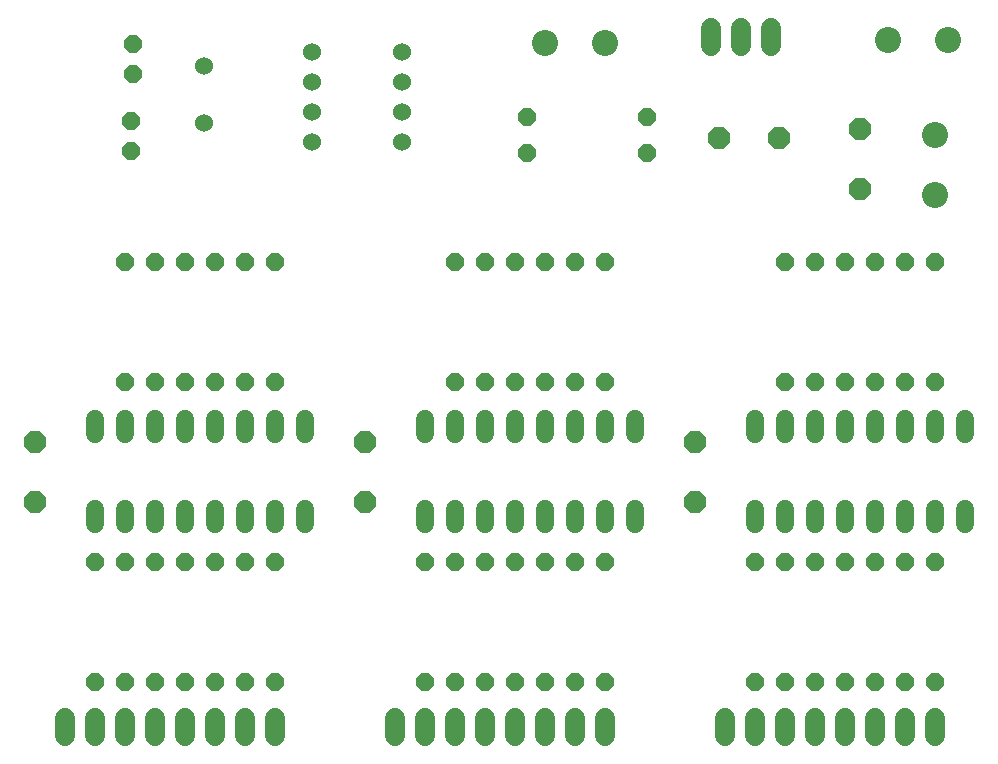
<source format=gbr>
G04 EAGLE Gerber RS-274X export*
G75*
%MOMM*%
%FSLAX34Y34*%
%LPD*%
%INSoldermask Bottom*%
%IPPOS*%
%AMOC8*
5,1,8,0,0,1.08239X$1,22.5*%
G01*
%ADD10P,1.951982X8X292.500000*%
%ADD11P,1.951982X8X202.500000*%
%ADD12C,1.524000*%
%ADD13C,1.727200*%
%ADD14P,1.649562X8X112.500000*%
%ADD15P,1.649562X8X292.500000*%
%ADD16P,1.649562X8X202.500000*%
%ADD17C,1.524000*%
%ADD18C,2.203200*%


D10*
X317500Y279400D03*
X317500Y228600D03*
X596900Y279400D03*
X596900Y228600D03*
X736600Y544200D03*
X736600Y493400D03*
D11*
X667700Y536300D03*
X616900Y536300D03*
D10*
X38100Y279400D03*
X38100Y228600D03*
D12*
X368300Y222504D02*
X368300Y209296D01*
X393700Y209296D02*
X393700Y222504D01*
X520700Y222504D02*
X520700Y209296D01*
X546100Y209296D02*
X546100Y222504D01*
X419100Y222504D02*
X419100Y209296D01*
X444500Y209296D02*
X444500Y222504D01*
X495300Y222504D02*
X495300Y209296D01*
X469900Y209296D02*
X469900Y222504D01*
X546100Y285496D02*
X546100Y298704D01*
X520700Y298704D02*
X520700Y285496D01*
X495300Y285496D02*
X495300Y298704D01*
X469900Y298704D02*
X469900Y285496D01*
X444500Y285496D02*
X444500Y298704D01*
X419100Y298704D02*
X419100Y285496D01*
X393700Y285496D02*
X393700Y298704D01*
X368300Y298704D02*
X368300Y285496D01*
X88900Y222504D02*
X88900Y209296D01*
X114300Y209296D02*
X114300Y222504D01*
X241300Y222504D02*
X241300Y209296D01*
X266700Y209296D02*
X266700Y222504D01*
X139700Y222504D02*
X139700Y209296D01*
X165100Y209296D02*
X165100Y222504D01*
X215900Y222504D02*
X215900Y209296D01*
X190500Y209296D02*
X190500Y222504D01*
X266700Y285496D02*
X266700Y298704D01*
X241300Y298704D02*
X241300Y285496D01*
X215900Y285496D02*
X215900Y298704D01*
X190500Y298704D02*
X190500Y285496D01*
X165100Y285496D02*
X165100Y298704D01*
X139700Y298704D02*
X139700Y285496D01*
X114300Y285496D02*
X114300Y298704D01*
X88900Y298704D02*
X88900Y285496D01*
X647700Y222504D02*
X647700Y209296D01*
X673100Y209296D02*
X673100Y222504D01*
X800100Y222504D02*
X800100Y209296D01*
X825500Y209296D02*
X825500Y222504D01*
X698500Y222504D02*
X698500Y209296D01*
X723900Y209296D02*
X723900Y222504D01*
X774700Y222504D02*
X774700Y209296D01*
X749300Y209296D02*
X749300Y222504D01*
X825500Y285496D02*
X825500Y298704D01*
X800100Y298704D02*
X800100Y285496D01*
X774700Y285496D02*
X774700Y298704D01*
X749300Y298704D02*
X749300Y285496D01*
X723900Y285496D02*
X723900Y298704D01*
X698500Y298704D02*
X698500Y285496D01*
X673100Y285496D02*
X673100Y298704D01*
X647700Y298704D02*
X647700Y285496D01*
D13*
X660700Y614280D02*
X660700Y629520D01*
X635300Y629520D02*
X635300Y614280D01*
X609900Y614280D02*
X609900Y629520D01*
X63500Y45720D02*
X63500Y30480D01*
X88900Y30480D02*
X88900Y45720D01*
X114300Y45720D02*
X114300Y30480D01*
X139700Y30480D02*
X139700Y45720D01*
X165100Y45720D02*
X165100Y30480D01*
X190500Y30480D02*
X190500Y45720D01*
X215900Y45720D02*
X215900Y30480D01*
X241300Y30480D02*
X241300Y45720D01*
X342900Y45720D02*
X342900Y30480D01*
X368300Y30480D02*
X368300Y45720D01*
X393700Y45720D02*
X393700Y30480D01*
X419100Y30480D02*
X419100Y45720D01*
X444500Y45720D02*
X444500Y30480D01*
X469900Y30480D02*
X469900Y45720D01*
X495300Y45720D02*
X495300Y30480D01*
X520700Y30480D02*
X520700Y45720D01*
X622300Y45720D02*
X622300Y30480D01*
X647700Y30480D02*
X647700Y45720D01*
X673100Y45720D02*
X673100Y30480D01*
X698500Y30480D02*
X698500Y45720D01*
X723900Y45720D02*
X723900Y30480D01*
X749300Y30480D02*
X749300Y45720D01*
X774700Y45720D02*
X774700Y30480D01*
X800100Y30480D02*
X800100Y45720D01*
D14*
X114300Y330200D03*
X114300Y431800D03*
D15*
X139700Y431800D03*
X139700Y330200D03*
X241300Y431800D03*
X241300Y330200D03*
X215900Y431800D03*
X215900Y330200D03*
X190500Y431800D03*
X190500Y330200D03*
D14*
X393700Y330200D03*
X393700Y431800D03*
D15*
X368300Y177800D03*
X368300Y76200D03*
X393700Y177800D03*
X393700Y76200D03*
X419100Y177800D03*
X419100Y76200D03*
X444500Y177800D03*
X444500Y76200D03*
X469900Y177800D03*
X469900Y76200D03*
X88900Y177800D03*
X88900Y76200D03*
X495300Y177800D03*
X495300Y76200D03*
X520700Y177800D03*
X520700Y76200D03*
X444500Y431800D03*
X444500Y330200D03*
X419100Y431800D03*
X419100Y330200D03*
X520700Y431800D03*
X520700Y330200D03*
X495300Y431800D03*
X495300Y330200D03*
X469900Y431800D03*
X469900Y330200D03*
D14*
X673100Y330200D03*
X673100Y431800D03*
D15*
X647700Y177800D03*
X647700Y76200D03*
X673100Y177800D03*
X673100Y76200D03*
X114300Y177800D03*
X114300Y76200D03*
X698500Y177800D03*
X698500Y76200D03*
X723900Y177800D03*
X723900Y76200D03*
X749300Y177800D03*
X749300Y76200D03*
X774700Y177800D03*
X774700Y76200D03*
X800100Y177800D03*
X800100Y76200D03*
X723900Y431800D03*
X723900Y330200D03*
X698500Y431800D03*
X698500Y330200D03*
X800100Y431800D03*
X800100Y330200D03*
X774700Y431800D03*
X774700Y330200D03*
X749300Y431800D03*
X749300Y330200D03*
X139700Y177800D03*
X139700Y76200D03*
D16*
X555600Y523400D03*
X454000Y523400D03*
X555600Y553800D03*
X454000Y553800D03*
D15*
X165100Y177800D03*
X165100Y76200D03*
X190500Y177800D03*
X190500Y76200D03*
X215900Y177800D03*
X215900Y76200D03*
X241300Y177800D03*
X241300Y76200D03*
X165100Y431800D03*
X165100Y330200D03*
D17*
X272000Y609600D03*
X272000Y584200D03*
X348200Y584200D03*
X348200Y609600D03*
X272000Y558800D03*
X272000Y533400D03*
X348200Y558800D03*
X348200Y533400D03*
D18*
X520411Y617050D03*
X469611Y617050D03*
X799850Y487789D03*
X799850Y538589D03*
X810611Y619350D03*
X759811Y619350D03*
D17*
X180800Y549370D03*
X180800Y597630D03*
D14*
X119300Y525400D03*
X119300Y550800D03*
X120500Y590400D03*
X120500Y615800D03*
M02*

</source>
